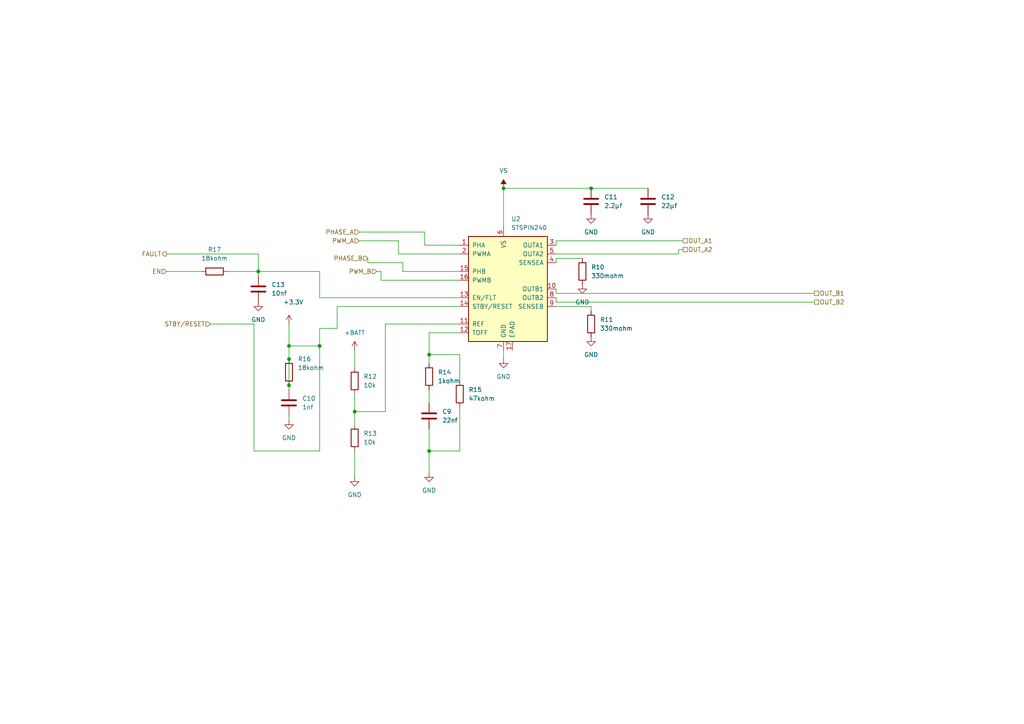
<source format=kicad_sch>
(kicad_sch (version 20230121) (generator eeschema)
  (paper "A4")
  (lib_symbols
    (symbol "Device:C" (pin_numbers hide) (pin_names (offset 0.254))
      (property "Reference" "C" (at 0.635 2.54 0))
      (property "Value" "C" (at 0.635 -2.54 0))
      (symbol "C_0_1"
        (polyline (pts (xy -2.032 -0.762) (xy 2.032 -0.762)) (stroke (width 0.508)))
        (polyline (pts (xy -2.032 0.762) (xy 2.032 0.762)) (stroke (width 0.508)))
      )
      (symbol "C_1_1"
        (pin passive line (at 0 3.81 270) (length 2.794) (name "~") (number "1"))
        (pin passive line (at 0 -3.81 90) (length 2.794) (name "~") (number "2"))
      )
    )
    (symbol "Device:R" (pin_numbers hide) (pin_names (offset 0))
      (property "Reference" "R" (at 2.032 0 90))
      (property "Value" "R" (at 0 0 90))
      (symbol "R_0_1"
        (rectangle (start -1.016 -2.54) (end 1.016 2.54) (stroke (width 0.254)))
      )
      (symbol "R_1_1"
        (pin passive line (at 0 3.81 270) (length 1.27) (name "~") (number "1"))
        (pin passive line (at 0 -3.81 90) (length 1.27) (name "~") (number "2"))
      )
    )
    (symbol "Driver_Motor:STSPIN240" (pin_names (offset 1.016))
      (property "Reference" "U" (at -10.16 16.51 0))
      (property "Value" "STSPIN240" (at 5.08 16.51 0))
      (symbol "STSPIN240_0_1"
        (rectangle (start -10.16 15.24) (end 12.7 -15.24) (stroke (width 0.254)) (fill (type background)))
      )
      (symbol "STSPIN240_1_1"
        (pin input line (at -12.7 12.7 0) (length 2.54) (name "PHA") (number "1"))
        (pin power_out line (at 15.24 0 180) (length 2.54) (name "OUTB1") (number "10"))
        (pin input line (at -12.7 -10.16 0) (length 2.54) (name "REF") (number "11"))
        (pin input line (at -12.7 -12.7 0) (length 2.54) (name "TOFF") (number "12"))
        (pin bidirectional line (at -12.7 -2.54 0) (length 2.54) (name "EN/FLT") (number "13"))
        (pin input line (at -12.7 -5.08 0) (length 2.54) (name "STBY/RESET") (number "14"))
        (pin input line (at -12.7 5.08 0) (length 2.54) (name "PHB") (number "15"))
        (pin input line (at -12.7 2.54 0) (length 2.54) (name "PWMB") (number "16"))
        (pin power_in line (at 2.54 -17.78 90) (length 2.54) (name "EPAD") (number "17"))
        (pin input line (at -12.7 10.16 0) (length 2.54) (name "PWMA") (number "2"))
        (pin power_out line (at 15.24 12.7 180) (length 2.54) (name "OUTA1") (number "3"))
        (pin power_out line (at 15.24 7.62 180) (length 2.54) (name "SENSEA") (number "4"))
        (pin power_out line (at 15.24 10.16 180) (length 2.54) (name "OUTA2") (number "5"))
        (pin power_in line (at 0 17.78 270) (length 2.54) (name "VS") (number "6"))
        (pin power_in line (at 0 -17.78 90) (length 2.54) (name "GND") (number "7"))
        (pin power_out line (at 15.24 -2.54 180) (length 2.54) (name "OUTB2") (number "8"))
        (pin power_out line (at 15.24 -5.08 180) (length 2.54) (name "SENSEB") (number "9"))
      )
    )
    (symbol "power:+3.3V" (power) (pin_names (offset 0))
      (property "Value" "+3.3V" (at 0 3.556 0))
      (symbol "+3.3V_0_1"
        (polyline (pts (xy -0.762 1.27) (xy 0 2.54)))
        (polyline (pts (xy 0 0) (xy 0 2.54)))
        (polyline (pts (xy 0 2.54) (xy 0.762 1.27)))
      )
      (symbol "+3.3V_1_1"
        (pin power_in line (at 0 0 90) (length 0) hide (name "+3.3V") (number "1"))
      )
    )
    (symbol "power:+BATT" (power) (pin_names (offset 0))
      (property "Value" "+BATT" (at 0 3.556 0))
      (symbol "+BATT_0_1"
        (polyline (pts (xy -0.762 1.27) (xy 0 2.54)))
        (polyline (pts (xy 0 0) (xy 0 2.54)))
        (polyline (pts (xy 0 2.54) (xy 0.762 1.27)))
      )
      (symbol "+BATT_1_1"
        (pin power_in line (at 0 0 90) (length 0) hide (name "+BATT") (number "1"))
      )
    )
    (symbol "power:GND" (power) (pin_names (offset 0))
      (property "Value" "GND" (at 0 -3.81 0))
      (symbol "GND_0_1"
        (polyline (pts (xy 0 0) (xy 0 -1.27) (xy 1.27 -1.27) (xy 0 -2.54) (xy -1.27 -1.27) (xy 0 -1.27)))
      )
      (symbol "GND_1_1"
        (pin power_in line (at 0 0 270) (length 0) hide (name "GND") (number "1"))
      )
    )
    (symbol "power:VS" (power) (pin_names (offset 0))
      (property "Value" "VS" (at 0 3.81 0))
      (symbol "VS_0_1"
        (polyline (pts (xy 0 0) (xy 0 2.54)))
        (polyline (pts (xy 0.762 1.27) (xy -0.762 1.27) (xy 0 2.54) (xy 0.762 1.27)) (fill (type outline)))
      )
      (symbol "VS_1_1"
        (pin power_in line (at 0 0 90) (length 0) hide (name "VS") (number "1"))
      )
    )
  )
  (junction (at 83.82 111.76))
  (junction (at 74.93 78.74))
  (junction (at 146.05 54.61))
  (junction (at 92.71 100.33))
  (junction (at 83.82 104.14))
  (junction (at 102.87 119.38))
  (junction (at 171.45 54.61))
  (junction (at 124.46 102.87))
  (junction (at 83.82 100.33))
  (junction (at 124.46 130.81))
  (wire (pts (xy 196.85 72.39) (xy 198.12 72.39)))
  (wire (pts (xy 97.79 88.9) (xy 97.79 95.25)))
  (wire (pts (xy 102.87 101.6) (xy 102.87 106.68)))
  (wire (pts (xy 116.84 78.74) (xy 116.84 76.2)))
  (wire (pts (xy 104.14 67.31) (xy 123.19 67.31)))
  (wire (pts (xy 83.82 100.33) (xy 83.82 93.98)))
  (wire (pts (xy 102.87 130.81) (xy 102.87 138.43)))
  (wire (pts (xy 187.96 54.61) (xy 171.45 54.61)))
  (wire (pts (xy 83.82 104.14) (xy 83.82 100.33)))
  (wire (pts (xy 124.46 102.87) (xy 124.46 105.41)))
  (wire (pts (xy 48.26 78.74) (xy 58.42 78.74)))
  (wire (pts (xy 106.68 76.2) (xy 106.68 74.93)))
  (wire (pts (xy 92.71 86.36) (xy 92.71 78.74)))
  (wire (pts (xy 74.93 78.74) (xy 92.71 78.74)))
  (wire (pts (xy 92.71 100.33) (xy 92.71 130.81)))
  (wire (pts (xy 133.35 81.28) (xy 110.49 81.28)))
  (wire (pts (xy 161.29 73.66) (xy 196.85 73.66)))
  (wire (pts (xy 133.35 102.87) (xy 124.46 102.87)))
  (wire (pts (xy 74.93 73.66) (xy 74.93 78.74)))
  (wire (pts (xy 115.57 69.85) (xy 104.14 69.85)))
  (wire (pts (xy 109.22 78.74) (xy 110.49 78.74)))
  (wire (pts (xy 133.35 110.49) (xy 133.35 102.87)))
  (wire (pts (xy 161.29 74.93) (xy 161.29 76.2)))
  (wire (pts (xy 111.76 119.38) (xy 102.87 119.38)))
  (wire (pts (xy 111.76 93.98) (xy 111.76 119.38)))
  (wire (pts (xy 196.85 73.66) (xy 196.85 72.39)))
  (wire (pts (xy 83.82 120.65) (xy 83.82 121.92)))
  (wire (pts (xy 73.66 93.98) (xy 60.96 93.98)))
  (wire (pts (xy 133.35 78.74) (xy 116.84 78.74)))
  (wire (pts (xy 171.45 88.9) (xy 161.29 88.9)))
  (wire (pts (xy 236.22 87.63) (xy 161.29 87.63)))
  (wire (pts (xy 48.26 73.66) (xy 74.93 73.66)))
  (wire (pts (xy 133.35 86.36) (xy 92.71 86.36)))
  (wire (pts (xy 123.19 71.12) (xy 133.35 71.12)))
  (wire (pts (xy 97.79 88.9) (xy 133.35 88.9)))
  (wire (pts (xy 124.46 124.46) (xy 124.46 130.81)))
  (wire (pts (xy 102.87 114.3) (xy 102.87 119.38)))
  (wire (pts (xy 110.49 81.28) (xy 110.49 78.74)))
  (wire (pts (xy 133.35 96.52) (xy 124.46 96.52)))
  (wire (pts (xy 133.35 73.66) (xy 115.57 73.66)))
  (wire (pts (xy 73.66 93.98) (xy 73.66 130.81)))
  (wire (pts (xy 161.29 69.85) (xy 198.12 69.85)))
  (wire (pts (xy 161.29 87.63) (xy 161.29 86.36)))
  (wire (pts (xy 92.71 100.33) (xy 92.71 95.25)))
  (wire (pts (xy 161.29 69.85) (xy 161.29 71.12)))
  (wire (pts (xy 133.35 118.11) (xy 133.35 130.81)))
  (wire (pts (xy 111.76 93.98) (xy 133.35 93.98)))
  (wire (pts (xy 124.46 130.81) (xy 124.46 137.16)))
  (wire (pts (xy 115.57 73.66) (xy 115.57 69.85)))
  (wire (pts (xy 133.35 130.81) (xy 124.46 130.81)))
  (wire (pts (xy 97.79 95.25) (xy 92.71 95.25)))
  (wire (pts (xy 102.87 119.38) (xy 102.87 123.19)))
  (wire (pts (xy 124.46 96.52) (xy 124.46 102.87)))
  (wire (pts (xy 124.46 113.03) (xy 124.46 116.84)))
  (wire (pts (xy 73.66 130.81) (xy 92.71 130.81)))
  (wire (pts (xy 74.93 78.74) (xy 74.93 80.01)))
  (wire (pts (xy 161.29 85.09) (xy 161.29 83.82)))
  (wire (pts (xy 171.45 90.17) (xy 171.45 88.9)))
  (wire (pts (xy 83.82 100.33) (xy 92.71 100.33)))
  (wire (pts (xy 146.05 54.61) (xy 171.45 54.61)))
  (wire (pts (xy 161.29 85.09) (xy 236.22 85.09)))
  (wire (pts (xy 83.82 104.14) (xy 83.82 111.76)))
  (wire (pts (xy 168.91 74.93) (xy 161.29 74.93)))
  (wire (pts (xy 116.84 76.2) (xy 106.68 76.2)))
  (wire (pts (xy 146.05 54.61) (xy 146.05 66.04)))
  (wire (pts (xy 66.04 78.74) (xy 74.93 78.74)))
  (wire (pts (xy 146.05 104.14) (xy 146.05 101.6)))
  (wire (pts (xy 83.82 113.03) (xy 83.82 111.76)))
  (wire (pts (xy 123.19 67.31) (xy 123.19 71.12)))
  (hierarchical_label "PHASE_A" (shape input) (at 104.14 67.31 180))
  (hierarchical_label "OUT_A2" (shape passive) (at 198.12 72.39 0))
  (hierarchical_label "PWM_A" (shape input) (at 104.14 69.85 180))
  (hierarchical_label "FAULT" (shape output) (at 48.26 73.66 180))
  (hierarchical_label "PHASE_B" (shape input) (at 106.68 74.93 180))
  (hierarchical_label "PWM_B" (shape input) (at 109.22 78.74 180))
  (hierarchical_label "OUT_B2" (shape passive) (at 236.22 87.63 0))
  (hierarchical_label "OUT_A1" (shape passive) (at 198.12 69.85 0))
  (hierarchical_label "OUT_B1" (shape passive) (at 236.22 85.09 0))
  (hierarchical_label "STBY{slash}RESET" (shape input) (at 60.96 93.98 180))
  (hierarchical_label "EN" (shape input) (at 48.26 78.74 180))
  (symbol (lib_id "Device:C") (at 124.46 120.65 0) (unit 1)
    (property "Reference" "C9" (at 128.27 119.38 0) (effects (justify left)))
    (property "Value" "22nf" (at 128.27 121.92 0) (effects (justify left)))
  )
  (symbol (lib_id "power:GND") (at 171.45 97.79 0) (unit 1)
    (property "Reference" "#PWR08" (effects hide))
    (property "Value" "GND" (at 171.45 102.87 0))
  )
  (symbol (lib_id "power:VS") (at 146.05 54.61 0) (unit 1)
    (property "Reference" "#PWR014" (effects hide))
    (property "Value" "VS" (at 146.05 49.53 0))
  )
  (symbol (lib_id "Device:C") (at 171.45 58.42 0) (unit 1)
    (property "Reference" "C11" (at 175.26 57.15 0) (effects (justify left)))
    (property "Value" "2.2µf" (at 175.26 59.69 0) (effects (justify left)))
  )
  (symbol (lib_id "power:GND") (at 146.05 104.14 0) (unit 1)
    (property "Reference" "#PWR017" (effects hide))
    (property "Value" "GND" (at 146.05 109.22 0))
  )
  (symbol (lib_id "power:+BATT") (at 102.87 101.6 0) (unit 1)
    (property "Reference" "#PWR036" (effects hide))
    (property "Value" "+BATT" (at 102.87 96.52 0))
    (instances (project "minimouse" (path "" (reference "#PWR036") (unit 1)) (path "" (reference "#PWR011") (unit 1))))
  )
  (symbol (lib_id "Device:C") (at 187.96 58.42 0) (unit 1)
    (property "Reference" "C12" (at 191.77 57.15 0) (effects (justify left)))
    (property "Value" "22µf" (at 191.77 59.69 0) (effects (justify left)))
  )
  (symbol (lib_id "power:+3.3V") (at 83.82 93.98 0) (unit 1)
    (property "Reference" "#PWR01" (effects hide))
    (property "Value" "+3.3V" (at 85.09 87.63 0))
    (instances (project "minimouse" (path "" (reference "#PWR01") (unit 1)) (path "" (reference "#PWR020") (unit 1))))
  )
  (symbol (lib_id "power:GND") (at 171.45 62.23 0) (unit 1)
    (property "Reference" "#PWR015" (effects hide))
    (property "Value" "GND" (at 171.45 67.31 0))
  )
  (symbol (lib_id "power:GND") (at 83.82 121.92 0) (unit 1)
    (property "Reference" "#PWR013" (effects hide))
    (property "Value" "GND" (at 83.82 127 0))
  )
  (symbol (lib_id "Device:R") (at 171.45 93.98 0) (unit 1)
    (property "Reference" "R11" (at 173.99 92.71 0) (effects (justify left)))
    (property "Value" "330mohm" (at 173.99 95.25 0) (effects (justify left)))
  )
  (symbol (lib_id "Device:R") (at 102.87 127 0) (unit 1)
    (property "Reference" "R13" (at 105.41 125.73 0) (effects (justify left)))
    (property "Value" "10k" (at 105.41 128.27 0) (effects (justify left)))
  )
  (symbol (lib_id "Device:R") (at 83.82 107.95 0) (unit 1)
    (property "Reference" "R16" (at 86.36 104.14 0) (effects (justify left)))
    (property "Value" "18kohm" (at 86.36 106.68 0) (effects (justify left)))
  )
  (symbol (lib_id "power:GND") (at 187.96 62.23 0) (unit 1)
    (property "Reference" "#PWR016" (effects hide))
    (property "Value" "GND" (at 187.96 67.31 0))
  )
  (symbol (lib_id "power:GND") (at 74.93 87.63 0) (unit 1)
    (property "Reference" "#PWR019" (effects hide))
    (property "Value" "GND" (at 74.93 92.71 0))
  )
  (symbol (lib_id "Device:R") (at 102.87 110.49 0) (unit 1)
    (property "Reference" "R12" (at 105.41 109.22 0) (effects (justify left)))
    (property "Value" "10k" (at 105.41 111.76 0) (effects (justify left)))
  )
  (symbol (lib_id "Device:R") (at 62.23 78.74 90) (unit 1)
    (property "Reference" "R17" (at 62.23 72.39 90))
    (property "Value" "18kohm" (at 62.23 74.93 90))
  )
  (symbol (lib_id "Driver_Motor:STSPIN240") (at 146.05 83.82 0) (unit 1)
    (property "Reference" "U2" (at 148.2441 63.5 0) (effects (justify left)))
    (property "Value" "STSPIN240" (at 148.2441 66.04 0) (effects (justify left)))
    (property "Footprint" "Package_DFN_QFN:VQFN-16-1EP_3x3mm_P0.5mm_EP1.8x1.8mm" (effects hide))
    (property "Datasheet" "www.st.com/resource/en/datasheet/stspin240.pdf" (effects hide))
  )
  (symbol (lib_id "Device:R") (at 133.35 114.3 0) (unit 1)
    (property "Reference" "R15" (at 135.89 113.03 0) (effects (justify left)))
    (property "Value" "47kohm" (at 135.89 115.57 0) (effects (justify left)))
  )
  (symbol (lib_id "Device:C") (at 74.93 83.82 0) (unit 1)
    (property "Reference" "C13" (at 78.74 82.55 0) (effects (justify left)))
    (property "Value" "10nf" (at 78.74 85.09 0) (effects (justify left)))
  )
  (symbol (lib_id "power:GND") (at 102.87 138.43 0) (unit 1)
    (property "Reference" "#PWR09" (effects hide))
    (property "Value" "GND" (at 102.87 143.51 0))
  )
  (symbol (lib_id "Device:R") (at 124.46 109.22 0) (unit 1)
    (property "Reference" "R14" (at 127 107.95 0) (effects (justify left)))
    (property "Value" "1kohm" (at 127 110.49 0) (effects (justify left)))
  )
  (symbol (lib_id "power:GND") (at 168.91 82.55 0) (unit 1)
    (property "Reference" "#PWR018" (effects hide))
    (property "Value" "GND" (at 168.91 87.63 0))
  )
  (symbol (lib_id "Device:R") (at 168.91 78.74 0) (unit 1)
    (property "Reference" "R10" (at 171.45 77.47 0) (effects (justify left)))
    (property "Value" "330mohm" (at 171.45 80.01 0) (effects (justify left)))
  )
  (symbol (lib_id "power:GND") (at 124.46 137.16 0) (unit 1)
    (property "Reference" "#PWR012" (effects hide))
    (property "Value" "GND" (at 124.46 142.24 0))
  )
  (symbol (lib_id "Device:C") (at 83.82 116.84 0) (unit 1)
    (property "Reference" "C10" (at 87.63 115.57 0) (effects (justify left)))
    (property "Value" "1nf" (at 87.63 118.11 0) (effects (justify left)))
  )
)
</source>
